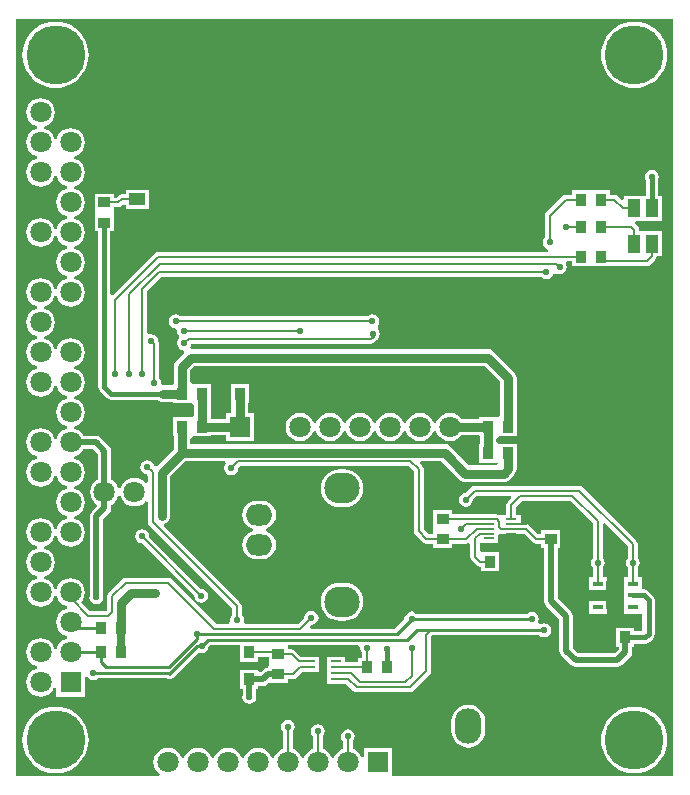
<source format=gtl>
G04*
G04 #@! TF.GenerationSoftware,Altium Limited,CircuitStudio,1.5.2 (30)*
G04*
G04 Layer_Physical_Order=1*
G04 Layer_Color=11767835*
%FSLAX25Y25*%
%MOIN*%
G70*
G01*
G75*
%ADD10R,0.03543X0.03937*%
%ADD11R,0.02953X0.05906*%
%ADD12R,0.03543X0.00787*%
%ADD13R,0.05906X0.09449*%
%ADD14R,0.03543X0.01772*%
%ADD15R,0.03740X0.00787*%
%ADD16R,0.05315X0.03937*%
%ADD17R,0.03937X0.03543*%
%ADD18R,0.04331X0.05906*%
%ADD19C,0.00787*%
%ADD20C,0.01000*%
%ADD21C,0.00800*%
%ADD22C,0.00787*%
%ADD23C,0.03150*%
%ADD24C,0.01600*%
%ADD25C,0.02000*%
%ADD26C,0.02500*%
%ADD27C,0.07087*%
%ADD28R,0.07087X0.07087*%
%ADD29O,0.08858X0.07087*%
%ADD30O,0.11811X0.10236*%
%ADD31C,0.19685*%
%ADD32O,0.08858X0.11811*%
%ADD33R,0.07087X0.07087*%
%ADD34C,0.02200*%
G36*
X358503Y139529D02*
X264743D01*
Y148995D01*
X255257D01*
Y146046D01*
X254457Y145887D01*
X254143Y146644D01*
X253383Y147635D01*
X252392Y148395D01*
X251631Y148710D01*
Y151040D01*
X251658Y151058D01*
X252167Y151819D01*
X252345Y152717D01*
X252167Y153614D01*
X251658Y154375D01*
X250897Y154883D01*
X250000Y155062D01*
X249103Y154883D01*
X248342Y154375D01*
X247833Y153614D01*
X247655Y152717D01*
X247833Y151819D01*
X248342Y151058D01*
X248369Y151040D01*
Y148710D01*
X247608Y148395D01*
X246617Y147635D01*
X245857Y146644D01*
X245416Y145581D01*
X245112Y145490D01*
X244888D01*
X244584Y145581D01*
X244143Y146644D01*
X243383Y147635D01*
X242392Y148395D01*
X241631Y148710D01*
Y152733D01*
X241658Y152751D01*
X242167Y153512D01*
X242345Y154409D01*
X242167Y155307D01*
X241658Y156068D01*
X240897Y156576D01*
X240000Y156755D01*
X239103Y156576D01*
X238342Y156068D01*
X237833Y155307D01*
X237655Y154409D01*
X237833Y153512D01*
X238342Y152751D01*
X238369Y152733D01*
Y148710D01*
X237608Y148395D01*
X236617Y147635D01*
X235857Y146644D01*
X235416Y145581D01*
X235112Y145490D01*
X234888D01*
X234584Y145581D01*
X234143Y146644D01*
X233383Y147635D01*
X232392Y148395D01*
X231631Y148710D01*
Y154308D01*
X231658Y154326D01*
X232167Y155087D01*
X232345Y155984D01*
X232167Y156882D01*
X231658Y157642D01*
X230897Y158151D01*
X230000Y158329D01*
X229103Y158151D01*
X228342Y157642D01*
X227833Y156882D01*
X227655Y155984D01*
X227833Y155087D01*
X228342Y154326D01*
X228369Y154308D01*
Y148710D01*
X227608Y148395D01*
X226617Y147635D01*
X225857Y146644D01*
X225416Y145581D01*
X225112Y145490D01*
X224888D01*
X224584Y145581D01*
X224143Y146644D01*
X223383Y147635D01*
X222392Y148395D01*
X221238Y148873D01*
X220000Y149036D01*
X218762Y148873D01*
X217608Y148395D01*
X216617Y147635D01*
X215857Y146644D01*
X215416Y145581D01*
X215112Y145490D01*
X214888D01*
X214584Y145581D01*
X214143Y146644D01*
X213383Y147635D01*
X212392Y148395D01*
X211238Y148873D01*
X210000Y149036D01*
X208762Y148873D01*
X207608Y148395D01*
X206617Y147635D01*
X205857Y146644D01*
X205416Y145581D01*
X205112Y145490D01*
X204888D01*
X204584Y145581D01*
X204143Y146644D01*
X203383Y147635D01*
X202392Y148395D01*
X201238Y148873D01*
X200000Y149036D01*
X198762Y148873D01*
X197608Y148395D01*
X196617Y147635D01*
X195857Y146644D01*
X195416Y145581D01*
X195112Y145490D01*
X194888D01*
X194584Y145581D01*
X194143Y146644D01*
X193383Y147635D01*
X192392Y148395D01*
X191238Y148873D01*
X190000Y149036D01*
X188762Y148873D01*
X187608Y148395D01*
X186617Y147635D01*
X185857Y146644D01*
X185379Y145490D01*
X185216Y144252D01*
X185379Y143014D01*
X185857Y141860D01*
X186617Y140869D01*
X187321Y140329D01*
X187050Y139529D01*
X139529D01*
Y391968D01*
X358503D01*
Y139529D01*
D02*
G37*
%LPC*%
G36*
X152559Y162652D02*
X150826Y162515D01*
X149136Y162109D01*
X147530Y161444D01*
X146048Y160536D01*
X144727Y159407D01*
X143598Y158086D01*
X142690Y156604D01*
X142025Y154998D01*
X141619Y153308D01*
X141482Y151575D01*
X141619Y149842D01*
X142025Y148152D01*
X142690Y146546D01*
X143598Y145064D01*
X144727Y143742D01*
X146048Y142614D01*
X147530Y141705D01*
X149136Y141040D01*
X150826Y140635D01*
X152559Y140498D01*
X154292Y140635D01*
X155982Y141040D01*
X157588Y141705D01*
X159070Y142614D01*
X160391Y143742D01*
X161520Y145064D01*
X162428Y146546D01*
X163094Y148152D01*
X163499Y149842D01*
X163636Y151575D01*
X163499Y153308D01*
X163094Y154998D01*
X162428Y156604D01*
X161520Y158086D01*
X160391Y159407D01*
X159070Y160536D01*
X157588Y161444D01*
X155982Y162109D01*
X154292Y162515D01*
X152559Y162652D01*
D02*
G37*
G36*
X221358Y231320D02*
X219587D01*
X218348Y231157D01*
X217195Y230679D01*
X216204Y229918D01*
X215443Y228927D01*
X214965Y227774D01*
X214802Y226535D01*
X214965Y225297D01*
X215443Y224143D01*
X216204Y223152D01*
X217195Y222392D01*
X218258Y221952D01*
X218348Y221648D01*
Y221423D01*
X218258Y221119D01*
X217195Y220679D01*
X216204Y219918D01*
X215443Y218928D01*
X214965Y217774D01*
X214802Y216535D01*
X214965Y215297D01*
X215443Y214143D01*
X216204Y213153D01*
X217195Y212392D01*
X218348Y211914D01*
X219587Y211751D01*
X221358D01*
X222597Y211914D01*
X223750Y212392D01*
X224741Y213153D01*
X225501Y214143D01*
X225979Y215297D01*
X226143Y216535D01*
X225979Y217774D01*
X225501Y218928D01*
X224741Y219918D01*
X223750Y220679D01*
X222687Y221119D01*
X222597Y221423D01*
Y221648D01*
X222687Y221952D01*
X223750Y222392D01*
X224741Y223152D01*
X225501Y224143D01*
X225979Y225297D01*
X226143Y226535D01*
X225979Y227774D01*
X225501Y228927D01*
X224741Y229918D01*
X223750Y230679D01*
X222597Y231157D01*
X221358Y231320D01*
D02*
G37*
G36*
X345472Y162652D02*
X343740Y162515D01*
X342050Y162109D01*
X340444Y161444D01*
X338962Y160536D01*
X337640Y159407D01*
X336511Y158086D01*
X335603Y156604D01*
X334938Y154998D01*
X334532Y153308D01*
X334396Y151575D01*
X334532Y149842D01*
X334938Y148152D01*
X335603Y146546D01*
X336511Y145064D01*
X337640Y143743D01*
X338962Y142614D01*
X340444Y141706D01*
X342050Y141040D01*
X343740Y140635D01*
X345472Y140498D01*
X347205Y140635D01*
X348895Y141040D01*
X350501Y141706D01*
X351983Y142614D01*
X353305Y143743D01*
X354434Y145064D01*
X355342Y146546D01*
X356007Y148152D01*
X356413Y149842D01*
X356549Y151575D01*
X356413Y153308D01*
X356007Y154998D01*
X355342Y156604D01*
X354434Y158086D01*
X353305Y159407D01*
X351983Y160536D01*
X350501Y161444D01*
X348895Y162109D01*
X347205Y162515D01*
X345472Y162652D01*
D02*
G37*
G36*
X290158Y163343D02*
X288688Y163150D01*
X287319Y162582D01*
X286143Y161680D01*
X285241Y160504D01*
X284673Y159135D01*
X284480Y157665D01*
Y154713D01*
X284673Y153243D01*
X285241Y151874D01*
X286143Y150698D01*
X287319Y149796D01*
X288688Y149228D01*
X290158Y149035D01*
X291627Y149228D01*
X292996Y149796D01*
X294172Y150698D01*
X295075Y151874D01*
X295642Y153243D01*
X295835Y154713D01*
Y157665D01*
X295642Y159135D01*
X295075Y160504D01*
X294172Y161680D01*
X292996Y162582D01*
X291627Y163150D01*
X290158Y163343D01*
D02*
G37*
G36*
X248819Y203987D02*
X247244D01*
X246006Y203865D01*
X244815Y203503D01*
X243717Y202917D01*
X242755Y202127D01*
X241965Y201165D01*
X241379Y200067D01*
X241017Y198876D01*
X240895Y197638D01*
X241017Y196399D01*
X241379Y195208D01*
X241965Y194111D01*
X242755Y193149D01*
X243717Y192359D01*
X244815Y191772D01*
X246006Y191411D01*
X247244Y191289D01*
X248819D01*
X250058Y191411D01*
X251248Y191772D01*
X252346Y192359D01*
X253308Y193149D01*
X254098Y194111D01*
X254684Y195208D01*
X255046Y196399D01*
X255168Y197638D01*
X255046Y198876D01*
X254684Y200067D01*
X254098Y201165D01*
X253308Y202127D01*
X252346Y202917D01*
X251248Y203503D01*
X250058Y203865D01*
X248819Y203987D01*
D02*
G37*
G36*
X147559Y365532D02*
X146321Y365369D01*
X145167Y364891D01*
X144176Y364131D01*
X143416Y363140D01*
X142938Y361986D01*
X142775Y360748D01*
X142938Y359510D01*
X143416Y358356D01*
X144176Y357365D01*
X145167Y356605D01*
X146230Y356164D01*
X146321Y355860D01*
Y355636D01*
X146230Y355332D01*
X145167Y354891D01*
X144176Y354131D01*
X143416Y353140D01*
X142938Y351986D01*
X142775Y350748D01*
X142938Y349510D01*
X143416Y348356D01*
X144176Y347365D01*
X145167Y346605D01*
X146230Y346164D01*
X146321Y345860D01*
Y345636D01*
X146230Y345332D01*
X145167Y344891D01*
X144176Y344131D01*
X143416Y343140D01*
X142938Y341986D01*
X142775Y340748D01*
X142938Y339510D01*
X143416Y338356D01*
X144176Y337365D01*
X145167Y336605D01*
X146321Y336127D01*
X147559Y335964D01*
X148797Y336127D01*
X149951Y336605D01*
X150942Y337365D01*
X151702Y338356D01*
X152143Y339419D01*
X152447Y339510D01*
X152671D01*
X152975Y339419D01*
X153416Y338356D01*
X154176Y337365D01*
X155167Y336605D01*
X156230Y336164D01*
X156321Y335860D01*
Y335636D01*
X156230Y335332D01*
X155167Y334891D01*
X154176Y334131D01*
X153416Y333140D01*
X152938Y331986D01*
X152775Y330748D01*
X152938Y329510D01*
X153416Y328356D01*
X154176Y327365D01*
X155167Y326605D01*
X156230Y326164D01*
X156321Y325860D01*
Y325636D01*
X156230Y325332D01*
X155167Y324891D01*
X154176Y324131D01*
X153416Y323140D01*
X152975Y322077D01*
X152671Y321986D01*
X152447D01*
X152143Y322077D01*
X151702Y323140D01*
X150942Y324131D01*
X149951Y324891D01*
X148797Y325369D01*
X147559Y325532D01*
X146321Y325369D01*
X145167Y324891D01*
X144176Y324131D01*
X143416Y323140D01*
X142938Y321986D01*
X142775Y320748D01*
X142938Y319510D01*
X143416Y318356D01*
X144176Y317365D01*
X145167Y316605D01*
X146321Y316127D01*
X147559Y315964D01*
X148797Y316127D01*
X149951Y316605D01*
X150942Y317365D01*
X151702Y318356D01*
X152143Y319419D01*
X152447Y319510D01*
X152671D01*
X152975Y319419D01*
X153416Y318356D01*
X154176Y317365D01*
X155167Y316605D01*
X156230Y316164D01*
X156321Y315860D01*
Y315636D01*
X156230Y315332D01*
X155167Y314891D01*
X154176Y314131D01*
X153416Y313140D01*
X152938Y311986D01*
X152775Y310748D01*
X152938Y309510D01*
X153416Y308356D01*
X154176Y307365D01*
X155167Y306605D01*
X156230Y306164D01*
X156321Y305860D01*
Y305636D01*
X156230Y305332D01*
X155167Y304891D01*
X154176Y304131D01*
X153416Y303140D01*
X152975Y302077D01*
X152671Y301986D01*
X152447D01*
X152143Y302077D01*
X151702Y303140D01*
X150942Y304131D01*
X149951Y304891D01*
X148797Y305369D01*
X147559Y305532D01*
X146321Y305369D01*
X145167Y304891D01*
X144176Y304131D01*
X143416Y303140D01*
X142938Y301986D01*
X142775Y300748D01*
X142938Y299510D01*
X143416Y298356D01*
X144176Y297365D01*
X145167Y296605D01*
X146230Y296164D01*
X146321Y295860D01*
Y295636D01*
X146230Y295332D01*
X145167Y294891D01*
X144176Y294131D01*
X143416Y293140D01*
X142938Y291986D01*
X142775Y290748D01*
X142938Y289510D01*
X143416Y288356D01*
X144176Y287365D01*
X145167Y286605D01*
X146230Y286164D01*
X146321Y285860D01*
Y285636D01*
X146230Y285332D01*
X145167Y284891D01*
X144176Y284131D01*
X143416Y283140D01*
X142938Y281986D01*
X142775Y280748D01*
X142938Y279510D01*
X143416Y278356D01*
X144176Y277365D01*
X145167Y276605D01*
X146230Y276164D01*
X146321Y275860D01*
Y275636D01*
X146230Y275332D01*
X145167Y274891D01*
X144176Y274131D01*
X143416Y273140D01*
X142938Y271986D01*
X142775Y270748D01*
X142938Y269510D01*
X143416Y268356D01*
X144176Y267365D01*
X145167Y266605D01*
X146321Y266127D01*
X147559Y265964D01*
X148797Y266127D01*
X149951Y266605D01*
X150942Y267365D01*
X151702Y268356D01*
X152143Y269419D01*
X152447Y269510D01*
X152671D01*
X152975Y269419D01*
X153416Y268356D01*
X154176Y267365D01*
X155167Y266605D01*
X156230Y266164D01*
X156321Y265860D01*
Y265636D01*
X156230Y265332D01*
X155167Y264891D01*
X154176Y264131D01*
X153416Y263140D01*
X152938Y261986D01*
X152775Y260748D01*
X152938Y259510D01*
X153416Y258356D01*
X154176Y257365D01*
X155167Y256605D01*
X156230Y256164D01*
X156321Y255860D01*
Y255636D01*
X156230Y255332D01*
X155167Y254891D01*
X154176Y254131D01*
X153416Y253140D01*
X152975Y252077D01*
X152671Y251986D01*
X152447D01*
X152143Y252077D01*
X151702Y253140D01*
X150942Y254131D01*
X149951Y254891D01*
X148797Y255369D01*
X147559Y255532D01*
X146321Y255369D01*
X145167Y254891D01*
X144176Y254131D01*
X143416Y253140D01*
X142938Y251986D01*
X142775Y250748D01*
X142938Y249510D01*
X143416Y248356D01*
X144176Y247365D01*
X145167Y246605D01*
X146230Y246164D01*
X146321Y245860D01*
Y245636D01*
X146230Y245332D01*
X145167Y244891D01*
X144176Y244131D01*
X143416Y243140D01*
X142938Y241986D01*
X142775Y240748D01*
X142938Y239510D01*
X143416Y238356D01*
X144176Y237365D01*
X145167Y236605D01*
X146321Y236127D01*
X147559Y235964D01*
X148797Y236127D01*
X149951Y236605D01*
X150942Y237365D01*
X151702Y238356D01*
X152143Y239419D01*
X152447Y239510D01*
X152671D01*
X152975Y239419D01*
X153416Y238356D01*
X154176Y237365D01*
X155167Y236605D01*
X156230Y236164D01*
X156321Y235860D01*
Y235636D01*
X156230Y235332D01*
X155167Y234891D01*
X154176Y234131D01*
X153416Y233140D01*
X152938Y231986D01*
X152775Y230748D01*
X152938Y229510D01*
X153416Y228356D01*
X154176Y227365D01*
X155167Y226605D01*
X156230Y226164D01*
X156321Y225860D01*
Y225636D01*
X156230Y225332D01*
X155167Y224891D01*
X154176Y224131D01*
X153416Y223140D01*
X152975Y222077D01*
X152671Y221986D01*
X152447D01*
X152143Y222077D01*
X151702Y223140D01*
X150942Y224131D01*
X149951Y224891D01*
X148797Y225369D01*
X147559Y225532D01*
X146321Y225369D01*
X145167Y224891D01*
X144176Y224131D01*
X143416Y223140D01*
X142938Y221986D01*
X142775Y220748D01*
X142938Y219510D01*
X143416Y218356D01*
X144176Y217365D01*
X145167Y216605D01*
X146230Y216164D01*
X146321Y215860D01*
Y215636D01*
X146230Y215332D01*
X145167Y214891D01*
X144176Y214131D01*
X143416Y213140D01*
X142938Y211986D01*
X142775Y210748D01*
X142938Y209510D01*
X143416Y208356D01*
X144176Y207365D01*
X145167Y206605D01*
X146230Y206164D01*
X146321Y205860D01*
Y205636D01*
X146230Y205332D01*
X145167Y204891D01*
X144176Y204131D01*
X143416Y203140D01*
X142938Y201986D01*
X142775Y200748D01*
X142938Y199510D01*
X143416Y198356D01*
X144176Y197365D01*
X145167Y196605D01*
X146321Y196127D01*
X147559Y195964D01*
X148797Y196127D01*
X149951Y196605D01*
X150942Y197365D01*
X151702Y198356D01*
X152143Y199419D01*
X152447Y199510D01*
X152671D01*
X152975Y199419D01*
X153416Y198356D01*
X154176Y197365D01*
X155167Y196605D01*
X156230Y196164D01*
X156321Y195860D01*
Y195636D01*
X156230Y195332D01*
X155167Y194891D01*
X154176Y194131D01*
X153416Y193140D01*
X152938Y191986D01*
X152775Y190748D01*
X152938Y189510D01*
X153416Y188356D01*
X154176Y187365D01*
X155167Y186605D01*
X156230Y186164D01*
X156321Y185860D01*
Y185636D01*
X156230Y185332D01*
X155167Y184891D01*
X154176Y184131D01*
X153416Y183140D01*
X152975Y182077D01*
X152671Y181986D01*
X152447D01*
X152143Y182077D01*
X151702Y183140D01*
X150942Y184131D01*
X149951Y184891D01*
X148797Y185369D01*
X147559Y185532D01*
X146321Y185369D01*
X145167Y184891D01*
X144176Y184131D01*
X143416Y183140D01*
X142938Y181986D01*
X142775Y180748D01*
X142938Y179510D01*
X143416Y178356D01*
X144176Y177365D01*
X145167Y176605D01*
X146230Y176164D01*
X146321Y175860D01*
Y175636D01*
X146230Y175332D01*
X145167Y174891D01*
X144176Y174131D01*
X143416Y173140D01*
X142938Y171986D01*
X142775Y170748D01*
X142938Y169510D01*
X143416Y168356D01*
X144176Y167365D01*
X145167Y166605D01*
X146321Y166127D01*
X147559Y165964D01*
X148797Y166127D01*
X149951Y166605D01*
X150942Y167365D01*
X151702Y168356D01*
X152016Y169113D01*
X152816Y168954D01*
Y166005D01*
X162302D01*
Y172681D01*
X162670Y172802D01*
X163102Y172814D01*
X163539Y172161D01*
X164299Y171652D01*
X165197Y171474D01*
X166094Y171652D01*
X166743Y172086D01*
X189634D01*
X189848Y171942D01*
X190512Y171810D01*
X191175Y171942D01*
X191737Y172318D01*
X200243Y180824D01*
X200418Y180708D01*
X201315Y180529D01*
X202212Y180708D01*
X202973Y181216D01*
X203482Y181977D01*
X203634Y182741D01*
X203962Y183070D01*
X214186D01*
Y177619D01*
X220129D01*
Y179163D01*
X223642D01*
Y177162D01*
X223642D01*
Y176484D01*
X223470Y175684D01*
X223284D01*
X222425Y175513D01*
X221697Y175027D01*
X220929Y174259D01*
X220129Y174582D01*
Y174956D01*
X214186D01*
Y168619D01*
X214914D01*
Y166418D01*
X214820Y165945D01*
X214999Y165048D01*
X215507Y164287D01*
X216268Y163778D01*
X217165Y163600D01*
X218063Y163778D01*
X218824Y164287D01*
X219332Y165048D01*
X219510Y165945D01*
X219401Y166497D01*
Y168619D01*
X220129D01*
Y169544D01*
X221630D01*
X222488Y169715D01*
X223010Y170064D01*
X223642Y170469D01*
Y170469D01*
X229979D01*
Y171816D01*
X231709D01*
X232330Y171940D01*
X232858Y172292D01*
X234712Y174147D01*
X237520D01*
X237677Y174178D01*
X240491D01*
Y176146D01*
Y179334D01*
X237677D01*
X237520Y179365D01*
X234311D01*
X232393Y181283D01*
X231866Y181635D01*
X231244Y181759D01*
X229979D01*
Y183070D01*
X253491D01*
X254148Y182270D01*
X254112Y182087D01*
X254290Y181189D01*
X254799Y180428D01*
X254840Y180401D01*
Y178956D01*
X253493D01*
Y177397D01*
X249074D01*
Y179334D01*
X243131D01*
Y176146D01*
Y174178D01*
Y172209D01*
Y170241D01*
X245945D01*
X246102Y170210D01*
X249500D01*
X251764Y167946D01*
X252292Y167593D01*
X252913Y167470D01*
X270748D01*
X271370Y167593D01*
X271897Y167946D01*
X277212Y173260D01*
X277564Y173788D01*
X277688Y174409D01*
Y185941D01*
X278163Y186416D01*
X313848D01*
X314496Y185983D01*
X315394Y185804D01*
X316291Y185983D01*
X317052Y186491D01*
X317560Y187252D01*
X317739Y188150D01*
X317560Y189047D01*
X317052Y189808D01*
X316291Y190316D01*
X315394Y190495D01*
X314496Y190316D01*
X314307Y190190D01*
X313865Y190288D01*
X313426Y191071D01*
X313605Y191969D01*
X313426Y192866D01*
X312918Y193627D01*
X312157Y194135D01*
X311260Y194314D01*
X310362Y194135D01*
X309714Y193702D01*
X272881D01*
X272879Y193705D01*
X272118Y194214D01*
X271220Y194392D01*
X270323Y194214D01*
X269562Y193705D01*
X269054Y192945D01*
X268875Y192047D01*
X268877Y192037D01*
X265542Y188702D01*
X237596D01*
X237290Y189441D01*
X237835Y189986D01*
X237874Y189978D01*
X238771Y190156D01*
X239532Y190665D01*
X240041Y191425D01*
X240219Y192323D01*
X240041Y193220D01*
X239532Y193981D01*
X238771Y194489D01*
X237874Y194668D01*
X236977Y194489D01*
X236216Y193981D01*
X235707Y193220D01*
X235529Y192323D01*
X235537Y192284D01*
X233527Y190274D01*
X215770D01*
X215285Y191074D01*
X215408Y191693D01*
X215230Y192590D01*
X214721Y193351D01*
X214694Y193369D01*
Y196071D01*
X214570Y196695D01*
X214216Y197224D01*
X188629Y222812D01*
X188697Y223251D01*
X188884Y223688D01*
X189431Y223915D01*
X190010Y224360D01*
X190455Y224939D01*
X190735Y225614D01*
X190830Y226339D01*
Y239471D01*
X195907Y244548D01*
X208990D01*
X209197Y244206D01*
X209328Y243748D01*
X208896Y243102D01*
X208718Y242205D01*
X208896Y241307D01*
X209405Y240546D01*
X210166Y240038D01*
X211063Y239860D01*
X211960Y240038D01*
X212721Y240546D01*
X213229Y241307D01*
X213408Y242205D01*
X213400Y242244D01*
X214122Y242966D01*
X270193D01*
X271997Y241162D01*
Y221102D01*
X272121Y220480D01*
X272473Y219953D01*
X274977Y217449D01*
X275504Y217097D01*
X276126Y216973D01*
X278517D01*
Y215627D01*
X284854D01*
Y216973D01*
X289543D01*
X289977Y217060D01*
X290568Y216732D01*
X290777Y216544D01*
Y212598D01*
X290900Y211977D01*
X291253Y211449D01*
X292946Y209756D01*
X293473Y209404D01*
X294094Y209281D01*
X294351D01*
Y207737D01*
X300294D01*
Y214074D01*
X294351D01*
X294026Y214739D01*
Y217202D01*
X299956D01*
Y218776D01*
Y219848D01*
X300103Y220008D01*
X300756Y220394D01*
X301126Y220320D01*
X308721D01*
X311591Y217449D01*
X312118Y217097D01*
X312740Y216973D01*
X314516D01*
Y215627D01*
X315442D01*
Y201379D01*
X315332Y200827D01*
X315442Y200275D01*
Y197827D01*
X315613Y196968D01*
X316099Y196241D01*
X320473Y191866D01*
Y181378D01*
X320644Y180520D01*
X321130Y179792D01*
X324359Y176564D01*
X325086Y176077D01*
X325945Y175907D01*
X339843D01*
X340701Y176077D01*
X341429Y176564D01*
X344082Y179217D01*
X344568Y179945D01*
X344739Y180803D01*
Y182556D01*
X345468D01*
Y183685D01*
X349150D01*
X349930Y183841D01*
X350592Y184283D01*
X351678Y185369D01*
X352120Y186031D01*
X352275Y186811D01*
X352275Y186811D01*
Y198228D01*
X352120Y199009D01*
X351678Y199670D01*
X350182Y201166D01*
X349520Y201608D01*
X348740Y201764D01*
X347987D01*
Y205747D01*
X346641D01*
Y209013D01*
X346674Y209035D01*
X347182Y209795D01*
X347361Y210693D01*
X347182Y211590D01*
X346674Y212351D01*
X346641Y212373D01*
Y216795D01*
X346517Y217417D01*
X346165Y217944D01*
X328354Y235755D01*
X327827Y236107D01*
X327205Y236231D01*
X292284D01*
X291662Y236107D01*
X291135Y235755D01*
X289409Y234030D01*
X289370Y234038D01*
X288473Y233859D01*
X287712Y233351D01*
X287204Y232590D01*
X287025Y231693D01*
X287204Y230796D01*
X287712Y230035D01*
X288473Y229526D01*
X289370Y229348D01*
X290267Y229526D01*
X291028Y230035D01*
X291537Y230796D01*
X291715Y231693D01*
X291707Y231732D01*
X292956Y232981D01*
X304244D01*
X304551Y232242D01*
X303335Y231027D01*
X302983Y230500D01*
X302859Y229878D01*
Y226688D01*
X301414D01*
X301414Y226688D01*
Y226688D01*
X300652Y226419D01*
X300646Y226422D01*
X300515Y226472D01*
X300515Y226472D01*
X300330Y226596D01*
X299956Y226688D01*
X299956D01*
X299709Y226719D01*
X299709D01*
X284854D01*
Y228263D01*
X278517D01*
Y222320D01*
X278517D01*
Y221570D01*
X278517D01*
Y220223D01*
X276799D01*
X275247Y221775D01*
Y241835D01*
X275123Y242457D01*
X274771Y242984D01*
X273946Y243809D01*
X274253Y244548D01*
X281061D01*
X287234Y238375D01*
X287813Y237930D01*
X288488Y237651D01*
X289213Y237556D01*
X301890D01*
X302614Y237651D01*
X303289Y237930D01*
X303869Y238375D01*
X305420Y239927D01*
X305865Y240506D01*
X306144Y241181D01*
X306240Y241905D01*
Y243997D01*
X306413D01*
Y250334D01*
X300520D01*
X300469Y250334D01*
X300347D01*
X299595Y250872D01*
X299547Y251083D01*
Y251987D01*
X299595Y252198D01*
X300347Y252736D01*
X300469D01*
X300520Y252736D01*
X306413D01*
Y259073D01*
X306240D01*
Y272228D01*
X306144Y272953D01*
X305865Y273628D01*
X305420Y274207D01*
X298633Y280995D01*
X298053Y281439D01*
X297378Y281719D01*
X296654Y281815D01*
X197783D01*
X197721Y281876D01*
X197322Y282564D01*
X197560Y282922D01*
X197712Y283684D01*
X257756D01*
X258380Y283808D01*
X258910Y284161D01*
X259177Y284429D01*
X259612Y284719D01*
X259928Y285194D01*
X260044Y285271D01*
X260552Y286032D01*
X260731Y286929D01*
X260552Y287826D01*
X260044Y288587D01*
X259924Y288667D01*
X259929Y289626D01*
X260316Y290205D01*
X260495Y291102D01*
X260316Y292000D01*
X259808Y292761D01*
X259047Y293269D01*
X258150Y293447D01*
X257252Y293269D01*
X256491Y292761D01*
X256473Y292734D01*
X194314D01*
X194296Y292761D01*
X193535Y293269D01*
X192638Y293447D01*
X191740Y293269D01*
X190980Y292761D01*
X190471Y292000D01*
X190293Y291102D01*
X190471Y290205D01*
X190980Y289444D01*
X191740Y288936D01*
X192312Y288822D01*
X192978Y288071D01*
X192970Y288032D01*
X193148Y287134D01*
X193651Y286383D01*
X193768Y286193D01*
Y285499D01*
X193736Y285477D01*
X193227Y284716D01*
X193049Y283819D01*
X193227Y282922D01*
X193736Y282161D01*
X194496Y281652D01*
X195169Y281519D01*
X195462Y280891D01*
X195484Y280702D01*
X192769Y277987D01*
X192324Y277407D01*
X192045Y276732D01*
X191949Y276008D01*
Y270208D01*
X191776D01*
Y269846D01*
X188485D01*
X187778Y270394D01*
X187600Y271291D01*
X187091Y272052D01*
X187064Y272070D01*
Y283504D01*
X186940Y284128D01*
X186772Y284380D01*
X186794Y284488D01*
X186615Y285386D01*
X186107Y286146D01*
X185346Y286655D01*
X184449Y286833D01*
X183927Y286730D01*
X183127Y287260D01*
Y301096D01*
X187880Y305849D01*
X314505D01*
X314523Y305822D01*
X315284Y305314D01*
X316181Y305135D01*
X317078Y305314D01*
X317839Y305822D01*
X318348Y306583D01*
X318427Y306981D01*
X319307Y307304D01*
X319693Y307046D01*
X320590Y306868D01*
X321488Y307046D01*
X322249Y307554D01*
X322757Y308315D01*
X322936Y309213D01*
X322757Y310110D01*
X322656Y310262D01*
X323083Y311062D01*
X324682D01*
Y309524D01*
X330575D01*
X330625Y309524D01*
X331000D01*
X331375D01*
X331425Y309524D01*
X335827D01*
X335898Y309510D01*
X349803D01*
X350427Y309635D01*
X350957Y309988D01*
X352532Y311563D01*
X352885Y312092D01*
X353009Y312717D01*
Y312776D01*
X354743D01*
Y321082D01*
X347104D01*
Y321693D01*
X346980Y322317D01*
X346626Y322847D01*
X345685Y323787D01*
X345711Y324037D01*
X345957Y324587D01*
X354743D01*
Y332893D01*
X353417D01*
Y338203D01*
X353544Y338394D01*
X353723Y339291D01*
X353544Y340189D01*
X353036Y340950D01*
X352275Y341458D01*
X351378Y341636D01*
X350481Y341458D01*
X349720Y340950D01*
X349211Y340189D01*
X349033Y339291D01*
X349211Y338394D01*
X349339Y338203D01*
Y332893D01*
X342107D01*
Y331757D01*
X341368Y331451D01*
X339972Y332846D01*
X339443Y333200D01*
X338819Y333324D01*
X337318D01*
Y334861D01*
X331425D01*
X331375Y334861D01*
X331000D01*
X330625D01*
X330575Y334861D01*
X324682D01*
Y333324D01*
X322638D01*
X322013Y333200D01*
X321484Y332846D01*
X316130Y327492D01*
X315776Y326963D01*
X315652Y326339D01*
Y319117D01*
X315625Y319099D01*
X315117Y318338D01*
X314938Y317441D01*
X315117Y316544D01*
X315625Y315783D01*
X316386Y315274D01*
X316540Y315244D01*
X316715Y314899D01*
X316768Y314383D01*
X316701Y314324D01*
X186787D01*
X186163Y314200D01*
X185634Y313846D01*
X171682Y299894D01*
X170882Y300226D01*
Y321052D01*
X172011D01*
Y326945D01*
X172011Y326995D01*
Y327370D01*
Y327745D01*
X172011Y327795D01*
Y329092D01*
X173551D01*
X174173Y329215D01*
X174700Y329568D01*
X175185Y330052D01*
X175985Y329880D01*
Y328631D01*
X183700D01*
Y334968D01*
X175985D01*
Y333424D01*
X174634D01*
X174012Y333300D01*
X173485Y332948D01*
X172878Y332341D01*
X172011D01*
Y333688D01*
X165674D01*
Y327795D01*
X165674Y327745D01*
Y327370D01*
Y326995D01*
X165674Y326945D01*
Y321052D01*
X166803D01*
Y269307D01*
X166959Y268527D01*
X167401Y267865D01*
X169660Y265605D01*
X170322Y265163D01*
X171102Y265008D01*
X186446D01*
X186947Y264623D01*
X187622Y264344D01*
X188347Y264248D01*
X191776D01*
Y263871D01*
X197669D01*
X197720Y263871D01*
X197842D01*
X198593Y263333D01*
X198642Y263122D01*
Y259823D01*
X198593Y259612D01*
X197842Y259074D01*
X197720D01*
X197669Y259073D01*
X191776D01*
Y252736D01*
X191949D01*
Y248506D01*
X186279Y242835D01*
X185527Y243004D01*
X185413Y243090D01*
X185355Y243378D01*
X184847Y244139D01*
X184086Y244647D01*
X183189Y244825D01*
X182292Y244647D01*
X181531Y244139D01*
X181022Y243378D01*
X180844Y242480D01*
X181022Y241583D01*
X181531Y240822D01*
X182292Y240314D01*
X183189Y240135D01*
X183290Y239362D01*
Y237504D01*
X182490Y237232D01*
X182241Y237556D01*
X181250Y238316D01*
X180096Y238794D01*
X178858Y238958D01*
X177620Y238794D01*
X176466Y238316D01*
X175475Y237556D01*
X174715Y236565D01*
X174275Y235502D01*
X173970Y235412D01*
X173746D01*
X173442Y235502D01*
X173002Y236565D01*
X172241Y237556D01*
X171250Y238316D01*
X171101Y238378D01*
Y247913D01*
X170931Y248772D01*
X170444Y249500D01*
X167610Y252334D01*
X166882Y252820D01*
X166024Y252991D01*
X161764D01*
X161702Y253140D01*
X160942Y254131D01*
X159951Y254891D01*
X158888Y255332D01*
X158797Y255636D01*
Y255860D01*
X158888Y256164D01*
X159951Y256605D01*
X160942Y257365D01*
X161702Y258356D01*
X162180Y259510D01*
X162343Y260748D01*
X162180Y261986D01*
X161702Y263140D01*
X160942Y264131D01*
X159951Y264891D01*
X158888Y265332D01*
X158797Y265636D01*
Y265860D01*
X158888Y266164D01*
X159951Y266605D01*
X160942Y267365D01*
X161702Y268356D01*
X162180Y269510D01*
X162343Y270748D01*
X162180Y271986D01*
X161702Y273140D01*
X160942Y274131D01*
X159951Y274891D01*
X158888Y275332D01*
X158797Y275636D01*
Y275860D01*
X158888Y276164D01*
X159951Y276605D01*
X160942Y277365D01*
X161702Y278356D01*
X162180Y279510D01*
X162343Y280748D01*
X162180Y281986D01*
X161702Y283140D01*
X160942Y284131D01*
X159951Y284891D01*
X158797Y285369D01*
X157559Y285532D01*
X156321Y285369D01*
X155167Y284891D01*
X154176Y284131D01*
X153416Y283140D01*
X152975Y282077D01*
X152671Y281986D01*
X152447D01*
X152143Y282077D01*
X151702Y283140D01*
X150942Y284131D01*
X149951Y284891D01*
X148888Y285332D01*
X148797Y285636D01*
Y285860D01*
X148888Y286164D01*
X149951Y286605D01*
X150942Y287365D01*
X151702Y288356D01*
X152180Y289510D01*
X152343Y290748D01*
X152180Y291986D01*
X151702Y293140D01*
X150942Y294131D01*
X149951Y294891D01*
X148888Y295332D01*
X148797Y295636D01*
Y295860D01*
X148888Y296164D01*
X149951Y296605D01*
X150942Y297365D01*
X151702Y298356D01*
X152143Y299419D01*
X152447Y299510D01*
X152671D01*
X152975Y299419D01*
X153416Y298356D01*
X154176Y297365D01*
X155167Y296605D01*
X156321Y296127D01*
X157559Y295964D01*
X158797Y296127D01*
X159951Y296605D01*
X160942Y297365D01*
X161702Y298356D01*
X162180Y299510D01*
X162343Y300748D01*
X162180Y301986D01*
X161702Y303140D01*
X160942Y304131D01*
X159951Y304891D01*
X158888Y305332D01*
X158797Y305636D01*
Y305860D01*
X158888Y306164D01*
X159951Y306605D01*
X160942Y307365D01*
X161702Y308356D01*
X162180Y309510D01*
X162343Y310748D01*
X162180Y311986D01*
X161702Y313140D01*
X160942Y314131D01*
X159951Y314891D01*
X158888Y315332D01*
X158797Y315636D01*
Y315860D01*
X158888Y316164D01*
X159951Y316605D01*
X160942Y317365D01*
X161702Y318356D01*
X162180Y319510D01*
X162343Y320748D01*
X162180Y321986D01*
X161702Y323140D01*
X160942Y324131D01*
X159951Y324891D01*
X158888Y325332D01*
X158797Y325636D01*
Y325860D01*
X158888Y326164D01*
X159951Y326605D01*
X160942Y327365D01*
X161702Y328356D01*
X162180Y329510D01*
X162343Y330748D01*
X162180Y331986D01*
X161702Y333140D01*
X160942Y334131D01*
X159951Y334891D01*
X158888Y335332D01*
X158797Y335636D01*
Y335860D01*
X158888Y336164D01*
X159951Y336605D01*
X160942Y337365D01*
X161702Y338356D01*
X162180Y339510D01*
X162343Y340748D01*
X162180Y341986D01*
X161702Y343140D01*
X160942Y344131D01*
X159951Y344891D01*
X158888Y345332D01*
X158797Y345636D01*
Y345860D01*
X158888Y346164D01*
X159951Y346605D01*
X160942Y347365D01*
X161702Y348356D01*
X162180Y349510D01*
X162343Y350748D01*
X162180Y351986D01*
X161702Y353140D01*
X160942Y354131D01*
X159951Y354891D01*
X158797Y355369D01*
X157559Y355532D01*
X156321Y355369D01*
X155167Y354891D01*
X154176Y354131D01*
X153416Y353140D01*
X152975Y352077D01*
X152671Y351986D01*
X152447D01*
X152143Y352077D01*
X151702Y353140D01*
X150942Y354131D01*
X149951Y354891D01*
X148888Y355332D01*
X148797Y355636D01*
Y355860D01*
X148888Y356164D01*
X149951Y356605D01*
X150942Y357365D01*
X151702Y358356D01*
X152180Y359510D01*
X152343Y360748D01*
X152180Y361986D01*
X151702Y363140D01*
X150942Y364131D01*
X149951Y364891D01*
X148797Y365369D01*
X147559Y365532D01*
D02*
G37*
G36*
X345472Y390998D02*
X343740Y390862D01*
X342050Y390456D01*
X340444Y389791D01*
X338962Y388882D01*
X337640Y387754D01*
X336511Y386432D01*
X335603Y384950D01*
X334938Y383344D01*
X334532Y381654D01*
X334396Y379921D01*
X334532Y378188D01*
X334938Y376498D01*
X335603Y374892D01*
X336511Y373411D01*
X337640Y372089D01*
X338962Y370960D01*
X340444Y370052D01*
X342050Y369387D01*
X343740Y368981D01*
X345472Y368845D01*
X347205Y368981D01*
X348895Y369387D01*
X350501Y370052D01*
X351983Y370960D01*
X353305Y372089D01*
X354434Y373411D01*
X355342Y374892D01*
X356007Y376498D01*
X356413Y378188D01*
X356549Y379921D01*
X356413Y381654D01*
X356007Y383344D01*
X355342Y384950D01*
X354434Y386432D01*
X353305Y387754D01*
X351983Y388882D01*
X350501Y389791D01*
X348895Y390456D01*
X347205Y390862D01*
X345472Y390998D01*
D02*
G37*
G36*
X152559Y390998D02*
X150826Y390862D01*
X149136Y390456D01*
X147530Y389791D01*
X146048Y388882D01*
X144727Y387754D01*
X143598Y386432D01*
X142690Y384950D01*
X142025Y383344D01*
X141619Y381654D01*
X141482Y379921D01*
X141619Y378188D01*
X142025Y376498D01*
X142690Y374893D01*
X143598Y373411D01*
X144727Y372089D01*
X146048Y370960D01*
X147530Y370052D01*
X149136Y369387D01*
X150826Y368981D01*
X152559Y368845D01*
X154292Y368981D01*
X155982Y369387D01*
X157588Y370052D01*
X159070Y370960D01*
X160391Y372089D01*
X161520Y373411D01*
X162428Y374893D01*
X163094Y376498D01*
X163499Y378188D01*
X163636Y379921D01*
X163499Y381654D01*
X163094Y383344D01*
X162428Y384950D01*
X161520Y386432D01*
X160391Y387754D01*
X159070Y388882D01*
X157588Y389791D01*
X155982Y390456D01*
X154292Y390862D01*
X152559Y390998D01*
D02*
G37*
G36*
X248819Y241782D02*
X247244D01*
X246006Y241660D01*
X244815Y241299D01*
X243717Y240712D01*
X242755Y239922D01*
X241965Y238960D01*
X241379Y237863D01*
X241017Y236672D01*
X240895Y235433D01*
X241017Y234194D01*
X241379Y233003D01*
X241965Y231906D01*
X242755Y230944D01*
X243717Y230154D01*
X244815Y229568D01*
X246006Y229206D01*
X247244Y229084D01*
X248819D01*
X250058Y229206D01*
X251248Y229568D01*
X252346Y230154D01*
X253308Y230944D01*
X254098Y231906D01*
X254684Y233003D01*
X255046Y234194D01*
X255168Y235433D01*
X255046Y236672D01*
X254684Y237863D01*
X254098Y238960D01*
X253308Y239922D01*
X252346Y240712D01*
X251248Y241299D01*
X250058Y241660D01*
X248819Y241782D01*
D02*
G37*
%LPD*%
G36*
X166615Y246984D02*
Y238378D01*
X166466Y238316D01*
X165475Y237556D01*
X164715Y236565D01*
X164237Y235412D01*
X164074Y234173D01*
X164237Y232935D01*
X164715Y231781D01*
X165475Y230790D01*
X166147Y230275D01*
X166255Y229393D01*
X166214Y229268D01*
X164595Y227649D01*
X164109Y226921D01*
X163938Y226063D01*
Y199607D01*
X163836Y199094D01*
X164015Y198197D01*
X164523Y197436D01*
X165284Y196928D01*
X166181Y196749D01*
X167078Y196928D01*
X167839Y197436D01*
X168348Y198197D01*
X168526Y199094D01*
X168424Y199607D01*
Y225134D01*
X170444Y227154D01*
X170931Y227882D01*
X171101Y228740D01*
Y229968D01*
X171250Y230030D01*
X172241Y230790D01*
X173002Y231781D01*
X173442Y232845D01*
X173746Y232935D01*
X173970D01*
X174275Y232845D01*
X174715Y231781D01*
X175475Y230790D01*
X176466Y230030D01*
X177620Y229552D01*
X178858Y229389D01*
X180096Y229552D01*
X181250Y230030D01*
X182241Y230790D01*
X182490Y231114D01*
X183290Y230843D01*
Y224213D01*
X183414Y223588D01*
X183768Y223059D01*
X211432Y195395D01*
Y193369D01*
X211405Y193351D01*
X210896Y192590D01*
X210718Y191693D01*
X210841Y191074D01*
X210356Y190274D01*
X206118D01*
X191267Y205125D01*
X190740Y205478D01*
X190118Y205601D01*
X175906D01*
X175284Y205478D01*
X174757Y205125D01*
X170347Y200716D01*
X169995Y200189D01*
X169871Y199567D01*
Y195004D01*
X169406Y194538D01*
X164059D01*
X161068Y197529D01*
X161702Y198356D01*
X162180Y199510D01*
X162343Y200748D01*
X162180Y201986D01*
X161702Y203140D01*
X160942Y204131D01*
X159951Y204891D01*
X158797Y205369D01*
X157559Y205532D01*
X156321Y205369D01*
X155167Y204891D01*
X154176Y204131D01*
X153416Y203140D01*
X152975Y202077D01*
X152671Y201986D01*
X152447D01*
X152143Y202077D01*
X151702Y203140D01*
X150942Y204131D01*
X149951Y204891D01*
X148888Y205332D01*
X148797Y205636D01*
Y205860D01*
X148888Y206164D01*
X149951Y206605D01*
X150942Y207365D01*
X151702Y208356D01*
X152180Y209510D01*
X152343Y210748D01*
X152180Y211986D01*
X151702Y213140D01*
X150942Y214131D01*
X149951Y214891D01*
X148888Y215332D01*
X148797Y215636D01*
Y215860D01*
X148888Y216164D01*
X149951Y216605D01*
X150942Y217365D01*
X151702Y218356D01*
X152143Y219419D01*
X152447Y219510D01*
X152671D01*
X152975Y219419D01*
X153416Y218356D01*
X154176Y217365D01*
X155167Y216605D01*
X156321Y216127D01*
X157559Y215964D01*
X158797Y216127D01*
X159951Y216605D01*
X160942Y217365D01*
X161702Y218356D01*
X162180Y219510D01*
X162343Y220748D01*
X162180Y221986D01*
X161702Y223140D01*
X160942Y224131D01*
X159951Y224891D01*
X158888Y225332D01*
X158797Y225636D01*
Y225860D01*
X158888Y226164D01*
X159951Y226605D01*
X160942Y227365D01*
X161702Y228356D01*
X162180Y229510D01*
X162343Y230748D01*
X162180Y231986D01*
X161702Y233140D01*
X160942Y234131D01*
X159951Y234891D01*
X158888Y235332D01*
X158797Y235636D01*
Y235860D01*
X158888Y236164D01*
X159951Y236605D01*
X160942Y237365D01*
X161702Y238356D01*
X162180Y239510D01*
X162343Y240748D01*
X162180Y241986D01*
X161702Y243140D01*
X160942Y244131D01*
X159951Y244891D01*
X158888Y245332D01*
X158797Y245636D01*
Y245860D01*
X158888Y246164D01*
X159951Y246605D01*
X160942Y247365D01*
X161702Y248356D01*
X161764Y248505D01*
X165094D01*
X166615Y246984D01*
D02*
G37*
G36*
X300642Y271069D02*
Y259823D01*
X300593Y259612D01*
X299842Y259074D01*
X299720D01*
X299669Y259073D01*
X293776D01*
Y258704D01*
X287846D01*
X287398Y259288D01*
X286407Y260048D01*
X285253Y260526D01*
X284015Y260689D01*
X282777Y260526D01*
X281623Y260048D01*
X280632Y259288D01*
X279872Y258297D01*
X279431Y257234D01*
X279127Y257143D01*
X278903D01*
X278599Y257234D01*
X278158Y258297D01*
X277398Y259288D01*
X276407Y260048D01*
X275253Y260526D01*
X274015Y260689D01*
X272777Y260526D01*
X271623Y260048D01*
X270632Y259288D01*
X269872Y258297D01*
X269431Y257234D01*
X269127Y257143D01*
X268903D01*
X268599Y257234D01*
X268158Y258297D01*
X267398Y259288D01*
X266407Y260048D01*
X265253Y260526D01*
X264015Y260689D01*
X262777Y260526D01*
X261623Y260048D01*
X260632Y259288D01*
X259872Y258297D01*
X259431Y257234D01*
X259127Y257143D01*
X258903D01*
X258599Y257234D01*
X258158Y258297D01*
X257398Y259288D01*
X256407Y260048D01*
X255253Y260526D01*
X254015Y260689D01*
X252777Y260526D01*
X251623Y260048D01*
X250632Y259288D01*
X249872Y258297D01*
X249431Y257234D01*
X249127Y257143D01*
X248903D01*
X248599Y257234D01*
X248158Y258297D01*
X247398Y259288D01*
X246407Y260048D01*
X245253Y260526D01*
X244015Y260689D01*
X242777Y260526D01*
X241623Y260048D01*
X240632Y259288D01*
X239872Y258297D01*
X239431Y257234D01*
X239127Y257143D01*
X238903D01*
X238599Y257234D01*
X238158Y258297D01*
X237398Y259288D01*
X236407Y260048D01*
X235253Y260526D01*
X234015Y260689D01*
X232777Y260526D01*
X231623Y260048D01*
X230632Y259288D01*
X229872Y258297D01*
X229394Y257143D01*
X229231Y255905D01*
X229394Y254667D01*
X229872Y253513D01*
X230632Y252522D01*
X231623Y251762D01*
X232777Y251284D01*
X234015Y251121D01*
X235253Y251284D01*
X236407Y251762D01*
X237398Y252522D01*
X238158Y253513D01*
X238599Y254576D01*
X238903Y254667D01*
X239127D01*
X239431Y254576D01*
X239872Y253513D01*
X240632Y252522D01*
X241623Y251762D01*
X242777Y251284D01*
X244015Y251121D01*
X245253Y251284D01*
X246407Y251762D01*
X247398Y252522D01*
X248158Y253513D01*
X248599Y254576D01*
X248903Y254667D01*
X249127D01*
X249431Y254576D01*
X249872Y253513D01*
X250632Y252522D01*
X251623Y251762D01*
X252777Y251284D01*
X254015Y251121D01*
X255253Y251284D01*
X256407Y251762D01*
X257398Y252522D01*
X258158Y253513D01*
X258599Y254576D01*
X258903Y254667D01*
X259127D01*
X259431Y254576D01*
X259872Y253513D01*
X260632Y252522D01*
X261623Y251762D01*
X262777Y251284D01*
X264015Y251121D01*
X265253Y251284D01*
X266407Y251762D01*
X267398Y252522D01*
X268158Y253513D01*
X268599Y254576D01*
X268903Y254667D01*
X269127D01*
X269431Y254576D01*
X269872Y253513D01*
X270632Y252522D01*
X271623Y251762D01*
X272777Y251284D01*
X274015Y251121D01*
X275253Y251284D01*
X276407Y251762D01*
X277398Y252522D01*
X278158Y253513D01*
X278599Y254576D01*
X278903Y254667D01*
X279127D01*
X279431Y254576D01*
X279872Y253513D01*
X280632Y252522D01*
X281623Y251762D01*
X282777Y251284D01*
X284015Y251121D01*
X285253Y251284D01*
X286407Y251762D01*
X287398Y252522D01*
X287846Y253106D01*
X293776D01*
Y252736D01*
X293949D01*
Y250334D01*
X293776D01*
Y243997D01*
X299669D01*
X299720Y243997D01*
X299842D01*
X299903Y243953D01*
X299646Y243153D01*
X290372D01*
X284200Y249325D01*
X283620Y249770D01*
X282945Y250050D01*
X282221Y250145D01*
X197547D01*
Y251987D01*
X197596Y252198D01*
X198347Y252736D01*
X198469D01*
X198520Y252736D01*
X204413D01*
Y253106D01*
X209272D01*
Y251162D01*
X218758D01*
Y260648D01*
X216814D01*
Y263871D01*
X216986D01*
Y270208D01*
X211043D01*
Y263871D01*
X211216D01*
Y260648D01*
X209272D01*
Y258704D01*
X204413D01*
Y259073D01*
X204240D01*
Y263871D01*
X204413D01*
Y270208D01*
X198520D01*
X198469Y270208D01*
X198347D01*
X197596Y270746D01*
X197547Y270957D01*
Y274849D01*
X198915Y276217D01*
X295494D01*
X300642Y271069D01*
D02*
G37*
G36*
X331659Y223721D02*
Y212373D01*
X331649Y212367D01*
X331140Y211606D01*
X330962Y210709D01*
X331140Y209811D01*
X331649Y209050D01*
X331659Y209044D01*
Y205747D01*
X330312D01*
Y201576D01*
X336255D01*
Y205747D01*
X334908D01*
Y209012D01*
X334965Y209050D01*
X335474Y209811D01*
X335652Y210709D01*
X335474Y211606D01*
X334965Y212367D01*
X334908Y212405D01*
Y223473D01*
X335708Y223805D01*
X343391Y216122D01*
Y212373D01*
X343357Y212351D01*
X342849Y211590D01*
X342671Y210693D01*
X342849Y209795D01*
X343357Y209035D01*
X343391Y209013D01*
Y205747D01*
X342044D01*
Y201576D01*
Y197639D01*
Y193702D01*
X347987D01*
X348197Y192988D01*
Y187764D01*
X345468D01*
Y188893D01*
X339524D01*
Y182556D01*
X340253D01*
Y181732D01*
X338913Y180393D01*
X326874D01*
X324960Y182307D01*
Y192795D01*
X324789Y193654D01*
X324303Y194381D01*
X319928Y198756D01*
Y200354D01*
X320022Y200827D01*
X319928Y201300D01*
Y215627D01*
X320853D01*
Y221570D01*
X314516D01*
Y220223D01*
X313413D01*
X310543Y223094D01*
X310016Y223446D01*
X309394Y223570D01*
X307554D01*
Y226688D01*
X306109D01*
Y229205D01*
X308114Y231210D01*
X324169D01*
X331659Y223721D01*
D02*
G37*
%LPC*%
G36*
X181417Y221755D02*
X180520Y221576D01*
X179759Y221068D01*
X179251Y220307D01*
X179072Y219409D01*
X179251Y218512D01*
X179759Y217751D01*
X180520Y217243D01*
X181417Y217064D01*
X181449Y217071D01*
X198842Y199677D01*
X198836Y199646D01*
X199015Y198748D01*
X199523Y197987D01*
X200284Y197479D01*
X201181Y197301D01*
X202079Y197479D01*
X202839Y197987D01*
X203348Y198748D01*
X203526Y199646D01*
X203348Y200543D01*
X202839Y201304D01*
X202079Y201812D01*
X201181Y201991D01*
X201149Y201984D01*
X183756Y219378D01*
X183762Y219409D01*
X183584Y220307D01*
X183075Y221068D01*
X182315Y221576D01*
X181417Y221755D01*
D02*
G37*
G36*
X336255Y197873D02*
X330312D01*
Y193702D01*
X336255D01*
Y197873D01*
D02*
G37*
%LPD*%
D10*
X167559Y188779D02*
D03*
X174252D02*
D03*
X167559Y180748D02*
D03*
X174252D02*
D03*
X335803Y185724D02*
D03*
X342496D02*
D03*
X297323Y210906D02*
D03*
X304016D02*
D03*
X214015Y267039D02*
D03*
X220708D02*
D03*
X256465Y175787D02*
D03*
X263158D02*
D03*
X210465Y171787D02*
D03*
X217158D02*
D03*
X210465Y180787D02*
D03*
X217158D02*
D03*
X194748Y255905D02*
D03*
X201441D02*
D03*
X194748Y267039D02*
D03*
X201441D02*
D03*
X303441Y247165D02*
D03*
X296748D02*
D03*
X303441Y255905D02*
D03*
X296748D02*
D03*
X334347Y331693D02*
D03*
X327654D02*
D03*
X334347Y322693D02*
D03*
X327654D02*
D03*
X334347Y312693D02*
D03*
X327654D02*
D03*
D11*
X241811Y174787D02*
D03*
D12*
X246102Y171835D02*
D03*
Y173803D02*
D03*
Y175772D02*
D03*
Y177740D02*
D03*
X237520Y171835D02*
D03*
Y173803D02*
D03*
Y175772D02*
D03*
Y177740D02*
D03*
D13*
X339150Y199724D02*
D03*
D14*
X345016Y195787D02*
D03*
Y199724D02*
D03*
Y203661D02*
D03*
X333283Y195787D02*
D03*
Y199724D02*
D03*
Y203661D02*
D03*
D15*
X304484Y218795D02*
D03*
Y220370D02*
D03*
Y221945D02*
D03*
Y223520D02*
D03*
Y225095D02*
D03*
X296886Y218795D02*
D03*
Y220370D02*
D03*
Y221945D02*
D03*
Y223520D02*
D03*
Y225095D02*
D03*
D16*
X179842Y323335D02*
D03*
Y331799D02*
D03*
D17*
X168842Y324024D02*
D03*
Y330716D02*
D03*
X317685Y225291D02*
D03*
Y218599D02*
D03*
X281685Y218599D02*
D03*
Y225291D02*
D03*
X226811Y180134D02*
D03*
Y173441D02*
D03*
D18*
X345472Y316929D02*
D03*
X351378D02*
D03*
Y328740D02*
D03*
X345472D02*
D03*
D19*
X163386Y192913D02*
X170079D01*
X157559Y198740D02*
X163386Y192913D01*
X157559Y198740D02*
Y200748D01*
X171496Y199567D02*
X175906Y203976D01*
X171496Y194331D02*
Y199567D01*
X170079Y192913D02*
X171496Y194331D01*
X234200Y188649D02*
X237874Y192323D01*
X205445Y188649D02*
X234200D01*
X190118Y203976D02*
X205445Y188649D01*
X195315Y288032D02*
X234016D01*
X174634Y331799D02*
X179842D01*
X173551Y330716D02*
X174634Y331799D01*
X168842Y330716D02*
X173551D01*
X276126Y218599D02*
X281685D01*
X273622Y221102D02*
X276126Y218599D01*
X273622Y221102D02*
Y241835D01*
X270866Y244591D02*
X273622Y241835D01*
X213449Y244591D02*
X270866D01*
X211063Y242205D02*
X213449Y244591D01*
X256457Y182087D02*
X256465Y182079D01*
Y175787D02*
Y182079D01*
X175906Y203976D02*
X190118D01*
X226157Y180787D02*
X226811Y180134D01*
X217158Y180787D02*
X226157D01*
X226811Y180134D02*
X231244D01*
X233638Y177740D01*
X237520D01*
X226811Y173441D02*
X231709D01*
X234039Y175772D01*
X237520D01*
X276063Y186614D02*
X277598Y188150D01*
X276063Y174409D02*
Y186614D01*
X270748Y169095D02*
X276063Y174409D01*
X252913Y169095D02*
X270748D01*
X250173Y171835D02*
X252913Y169095D01*
X246102Y171835D02*
X250173D01*
X271220Y172835D02*
Y182362D01*
X269213Y170827D02*
X271220Y172835D01*
X254095Y170827D02*
X269213D01*
X251118Y173803D02*
X254095Y170827D01*
X246102Y173803D02*
X251118D01*
X256449Y175772D02*
X256465Y175787D01*
X246102Y175772D02*
X256449D01*
X333283Y203661D02*
Y224394D01*
X345016Y210693D02*
Y216795D01*
Y203661D02*
Y210693D01*
X327205Y234606D02*
X345016Y216795D01*
X292284Y234606D02*
X327205D01*
X289370Y231693D02*
X292284Y234606D01*
X304484Y229878D02*
X307441Y232835D01*
X324843D01*
X333283Y224394D01*
X294094Y210906D02*
X297323D01*
X292402Y212598D02*
X294094Y210906D01*
X292402Y212598D02*
Y218819D01*
X293953Y220370D01*
X296886D01*
X304484Y225095D02*
Y229878D01*
X292890Y221945D02*
X296886D01*
X289543Y218599D02*
X292890Y221945D01*
X281685Y218599D02*
X289543D01*
X287717Y222008D02*
X289228Y223520D01*
X296886D01*
X301126Y221945D02*
X304484D01*
X300551Y222520D02*
X301126Y221945D01*
X300551Y222520D02*
Y224252D01*
X299709Y225095D02*
X300551Y224252D01*
X296886Y225095D02*
X299709D01*
X312740Y218599D02*
X317685D01*
X309394Y221945D02*
X312740Y218599D01*
X304484Y221945D02*
X309394D01*
X281685Y225291D02*
X281882Y225095D01*
X296886D01*
D20*
X159528Y188779D02*
X167559D01*
X157559Y190748D02*
X159528Y188779D01*
X258386Y285945D02*
Y286929D01*
X266260Y186969D02*
X271260Y191969D01*
X199606Y186969D02*
X266260D01*
X269646Y184803D02*
X272992Y188150D01*
X203244Y184803D02*
X269646D01*
X201315Y182874D02*
X203244Y184803D01*
X277598Y188150D02*
X315394D01*
X272992D02*
X277598D01*
X271260Y191969D02*
X311260D01*
X199606Y185236D02*
Y186969D01*
X190236Y175866D02*
X199606Y185236D01*
X165197Y173819D02*
X190236D01*
X190512Y173543D01*
X169370Y175866D02*
X190236D01*
X167559Y177677D02*
X169370Y175866D01*
X199843Y182874D02*
X201315D01*
X190512Y173543D02*
X199843Y182874D01*
X167559Y177677D02*
Y180748D01*
X157559D02*
X167559D01*
D21*
X196890Y285315D02*
X257756D01*
X195394Y283819D02*
X196890Y285315D01*
X257756D02*
X258386Y285945D01*
X181417Y219409D02*
X201181Y199646D01*
X183189Y242480D02*
X184921Y240748D01*
Y224213D02*
Y240748D01*
Y224213D02*
X213063Y196071D01*
Y191693D02*
Y196071D01*
X185433Y270394D02*
Y283504D01*
X184449Y284488D02*
X185433Y283504D01*
X351378Y312717D02*
Y316929D01*
X349803Y311142D02*
X351378Y312717D01*
X335898Y311142D02*
X349803D01*
X334347Y312693D02*
X335898Y311142D01*
X345472Y316929D02*
Y321693D01*
X344472Y322693D02*
X345472Y321693D01*
X334347Y322693D02*
X344472D01*
X341772Y328740D02*
X345472D01*
X338819Y331693D02*
X341772Y328740D01*
X334347Y331693D02*
X338819D01*
X186787Y312693D02*
X327654D01*
X172362Y298268D02*
X186787Y312693D01*
X172362Y273425D02*
Y298268D01*
X187323Y310354D02*
X319449D01*
X177165Y300197D02*
X187323Y310354D01*
X177165Y273425D02*
Y300197D01*
X181496Y273425D02*
Y301772D01*
X187205Y307480D01*
X316181D01*
X317284Y317441D02*
Y326339D01*
X322638Y331693D01*
X327654D01*
X322614Y322693D02*
X327654D01*
X322598Y322677D02*
X322614Y322693D01*
X319449Y310354D02*
X320590Y309213D01*
X192638Y291102D02*
X258150D01*
X230000Y144252D02*
Y155984D01*
X240000Y144252D02*
Y154409D01*
X250000Y144252D02*
Y152717D01*
D22*
X311079Y225291D02*
X317685D01*
X309307Y223520D02*
X311079Y225291D01*
X304484Y223520D02*
X309307D01*
X304016Y210906D02*
X304484Y211374D01*
Y218795D01*
Y220370D01*
X237520Y171835D02*
Y173803D01*
X240827D02*
X241811Y174787D01*
X237520Y173803D02*
X240827D01*
D23*
X188031Y226339D02*
Y240630D01*
X194748Y267039D02*
Y276008D01*
X197756Y279016D01*
X296654D01*
X303441Y272228D01*
Y255905D02*
Y272228D01*
X194740Y267047D02*
X194748Y267039D01*
X188347Y267047D02*
X194740D01*
X303441Y241905D02*
Y247165D01*
X301890Y240354D02*
X303441Y241905D01*
X289213Y240354D02*
X301890D01*
X282221Y247346D02*
X289213Y240354D01*
X194748Y247346D02*
X282221D01*
X194748D02*
Y255905D01*
X188031Y240630D02*
X194748Y247346D01*
X296748Y247165D02*
Y255905D01*
X284015D02*
X296748D01*
X214015D02*
Y267039D01*
X201441Y255905D02*
X214015D01*
X201441D02*
Y267039D01*
X174252Y190748D02*
Y197126D01*
X177717Y200591D01*
X185748D01*
D24*
X351378Y339291D02*
X351378Y339291D01*
X351378Y328740D02*
Y339291D01*
X171102Y267047D02*
X188347D01*
X168842Y269307D02*
X171102Y267047D01*
X168842Y269307D02*
Y324024D01*
X263150Y175795D02*
Y182008D01*
X350236Y186811D02*
Y198228D01*
X349150Y185724D02*
X350236Y186811D01*
X342496Y185724D02*
X349150D01*
X348740Y199724D02*
X350236Y198228D01*
X345016Y199724D02*
X348740D01*
D25*
X217158Y165953D02*
X217165Y165945D01*
X217158Y165953D02*
Y171787D01*
X223284Y173441D02*
X226811D01*
X221630Y171787D02*
X223284Y173441D01*
X217158Y171787D02*
X221630D01*
X317685Y197827D02*
Y218599D01*
X342496Y180803D02*
Y185724D01*
X339843Y178150D02*
X342496Y180803D01*
X325945Y178150D02*
X339843D01*
X322716Y181378D02*
X325945Y178150D01*
X322716Y181378D02*
Y192795D01*
X317685Y197827D02*
X322716Y192795D01*
X157559Y250748D02*
X166024D01*
X168858Y247913D01*
Y234173D02*
Y247913D01*
Y228740D02*
Y234173D01*
X166181Y226063D02*
X168858Y228740D01*
X166181Y199094D02*
Y226063D01*
D26*
X174252Y180748D02*
Y190748D01*
D27*
X147559Y360748D02*
D03*
Y350748D02*
D03*
Y340748D02*
D03*
Y330748D02*
D03*
Y320748D02*
D03*
Y310748D02*
D03*
X157559Y360748D02*
D03*
Y350748D02*
D03*
Y340748D02*
D03*
Y330748D02*
D03*
Y320748D02*
D03*
Y310748D02*
D03*
X147559Y300748D02*
D03*
X157559D02*
D03*
X147559Y290748D02*
D03*
Y280748D02*
D03*
Y270748D02*
D03*
Y260748D02*
D03*
Y250748D02*
D03*
Y240748D02*
D03*
X157559Y290748D02*
D03*
Y280748D02*
D03*
Y270748D02*
D03*
Y260748D02*
D03*
Y250748D02*
D03*
Y240748D02*
D03*
X147559Y230748D02*
D03*
X157559D02*
D03*
X147559Y220748D02*
D03*
Y210748D02*
D03*
Y200748D02*
D03*
Y190748D02*
D03*
Y180748D02*
D03*
X157559Y220748D02*
D03*
Y210748D02*
D03*
Y200748D02*
D03*
Y190748D02*
D03*
Y180748D02*
D03*
X147559Y170748D02*
D03*
X168858Y234173D02*
D03*
X178858D02*
D03*
X284015Y255905D02*
D03*
X274015D02*
D03*
X264015D02*
D03*
X224015D02*
D03*
X234015D02*
D03*
X244015D02*
D03*
X254015D02*
D03*
X190000Y144252D02*
D03*
X200000D02*
D03*
X210000D02*
D03*
X220000D02*
D03*
X230000D02*
D03*
X240000D02*
D03*
X250000D02*
D03*
D28*
X157559Y170748D02*
D03*
X214015Y255905D02*
D03*
D29*
X220472Y216535D02*
D03*
Y226535D02*
D03*
Y206535D02*
D03*
D30*
X248031Y235433D02*
D03*
Y197638D02*
D03*
D31*
X152559Y379921D02*
D03*
X345472Y379921D02*
D03*
Y151575D02*
D03*
X152559Y151575D02*
D03*
D32*
X290158Y156189D02*
D03*
X309842D02*
D03*
D33*
X260000Y144252D02*
D03*
D34*
X238189Y232283D02*
D03*
Y216535D02*
D03*
Y200787D02*
D03*
X175197Y155512D02*
D03*
Y143701D02*
D03*
X265748Y200787D02*
D03*
Y216535D02*
D03*
Y232283D02*
D03*
X238189Y161417D02*
D03*
X253937D02*
D03*
X269685D02*
D03*
X336614Y240158D02*
D03*
Y255906D02*
D03*
Y271654D02*
D03*
X348425Y240158D02*
D03*
Y255906D02*
D03*
Y271654D02*
D03*
X170079Y220866D02*
D03*
X212598Y299213D02*
D03*
X228346D02*
D03*
X244094D02*
D03*
X311024Y287402D02*
D03*
X295276D02*
D03*
X279528D02*
D03*
X311024Y299213D02*
D03*
X295276D02*
D03*
X279528D02*
D03*
X263779Y326772D02*
D03*
X279528D02*
D03*
X295276D02*
D03*
X283465Y342520D02*
D03*
X267717D02*
D03*
X251969D02*
D03*
X200787Y295276D02*
D03*
Y303150D02*
D03*
X192913D02*
D03*
X192638Y291102D02*
D03*
X193150Y220709D02*
D03*
X201181Y199646D02*
D03*
X181417Y219409D02*
D03*
X213063Y191693D02*
D03*
X188031Y226339D02*
D03*
X183189Y242480D02*
D03*
X185433Y270394D02*
D03*
X184449Y284488D02*
D03*
X296654Y279016D02*
D03*
X351378Y339291D02*
D03*
X172362Y273425D02*
D03*
X181496D02*
D03*
X316181Y307480D02*
D03*
X317284Y317441D02*
D03*
X322598Y322677D02*
D03*
X320590Y309213D02*
D03*
X177165Y273425D02*
D03*
X195394Y283819D02*
D03*
X258386Y286929D02*
D03*
X234016Y288032D02*
D03*
X195315D02*
D03*
X258150Y291102D02*
D03*
X211063Y242205D02*
D03*
X190260Y168315D02*
D03*
X193409D02*
D03*
X196559D02*
D03*
X256457Y182087D02*
D03*
X237874Y192323D02*
D03*
X217165Y165945D02*
D03*
X263150Y182008D02*
D03*
X230000Y155984D02*
D03*
X240000Y154409D02*
D03*
X250000Y152717D02*
D03*
X317677Y200827D02*
D03*
X271220Y192047D02*
D03*
Y182362D02*
D03*
X315394Y188150D02*
D03*
X311260Y191969D02*
D03*
X345016Y210693D02*
D03*
X333307Y210709D02*
D03*
X289370Y231693D02*
D03*
X287717Y222008D02*
D03*
X188347Y267047D02*
D03*
X166181Y199094D02*
D03*
X165197Y173819D02*
D03*
X201315Y182874D02*
D03*
X199606Y186969D02*
D03*
X185748Y200591D02*
D03*
X241811Y174787D02*
D03*
X339150Y196224D02*
D03*
Y199724D02*
D03*
Y203224D02*
D03*
M02*

</source>
